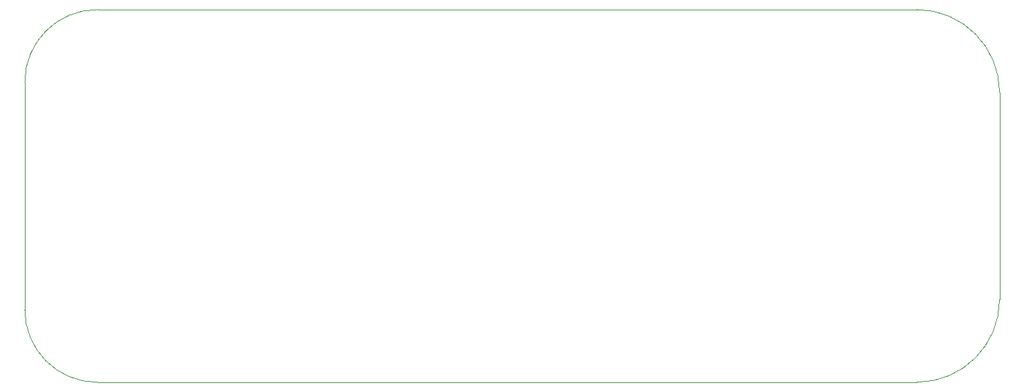
<source format=gbr>
%TF.GenerationSoftware,KiCad,Pcbnew,7.0.5*%
%TF.CreationDate,2024-09-25T18:50:06-04:00*%
%TF.ProjectId,stepper_motor_controller_3_for_cnc,73746570-7065-4725-9f6d-6f746f725f63,rev?*%
%TF.SameCoordinates,Original*%
%TF.FileFunction,Profile,NP*%
%FSLAX46Y46*%
G04 Gerber Fmt 4.6, Leading zero omitted, Abs format (unit mm)*
G04 Created by KiCad (PCBNEW 7.0.5) date 2024-09-25 18:50:06*
%MOMM*%
%LPD*%
G01*
G04 APERTURE LIST*
%TA.AperFunction,Profile*%
%ADD10C,0.100000*%
%TD*%
G04 APERTURE END LIST*
D10*
X132143800Y46410000D02*
G75*
G03*
X121983800Y56570000I-10160000J0D01*
G01*
X21589979Y10850000D02*
X121983800Y10850000D01*
X21589979Y56570000D02*
X121983800Y56570000D01*
X12700000Y19740000D02*
G75*
G03*
X21589979Y10850000I8890000J0D01*
G01*
X21589979Y56570021D02*
G75*
G03*
X12699979Y47680000I21J-8890021D01*
G01*
X132143800Y46410000D02*
X132143800Y21010000D01*
X12699979Y19740000D02*
X12699979Y47680000D01*
X121983800Y10850000D02*
G75*
G03*
X132143800Y21010000I0J10160000D01*
G01*
M02*

</source>
